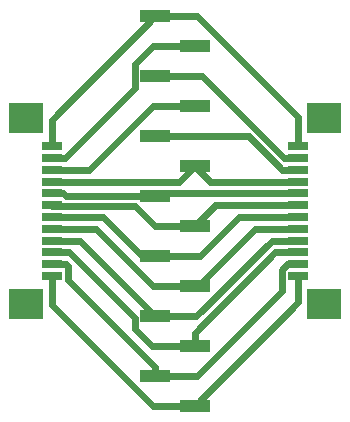
<source format=gbr>
%TF.GenerationSoftware,KiCad,Pcbnew,9.0.0*%
%TF.CreationDate,2025-03-09T13:03:08+03:00*%
%TF.ProjectId,PM_DBG-FFC,504d5f44-4247-42d4-9646-432e6b696361,rev?*%
%TF.SameCoordinates,Original*%
%TF.FileFunction,Copper,L1,Top*%
%TF.FilePolarity,Positive*%
%FSLAX46Y46*%
G04 Gerber Fmt 4.6, Leading zero omitted, Abs format (unit mm)*
G04 Created by KiCad (PCBNEW 9.0.0) date 2025-03-09 13:03:08*
%MOMM*%
%LPD*%
G01*
G04 APERTURE LIST*
%TA.AperFunction,SMDPad,CuDef*%
%ADD10R,2.510000X1.000000*%
%TD*%
%TA.AperFunction,SMDPad,CuDef*%
%ADD11R,1.803400X0.635000*%
%TD*%
%TA.AperFunction,SMDPad,CuDef*%
%ADD12R,2.997200X2.590800*%
%TD*%
%TA.AperFunction,Conductor*%
%ADD13C,0.600000*%
%TD*%
G04 APERTURE END LIST*
D10*
%TO.P,J3,1,Pin_1*%
%TO.N,/L01*%
X-1655000Y16510000D03*
%TO.P,J3,2,Pin_2*%
%TO.N,/L02_in*%
X1655000Y13970000D03*
%TO.P,J3,3,Pin_3*%
%TO.N,/L02_out*%
X-1655000Y11430000D03*
%TO.P,J3,4,Pin_4*%
%TO.N,/L03_in*%
X1655000Y8890000D03*
%TO.P,J3,5,Pin_5*%
%TO.N,/L03_out*%
X-1655000Y6350000D03*
%TO.P,J3,6,Pin_6*%
%TO.N,/L04*%
X1655000Y3810000D03*
%TO.P,J3,7,Pin_7*%
%TO.N,/L05*%
X-1655000Y1270000D03*
%TO.P,J3,8,Pin_8*%
%TO.N,/L06*%
X1655000Y-1270000D03*
%TO.P,J3,9,Pin_9*%
%TO.N,/L07*%
X-1655000Y-3810000D03*
%TO.P,J3,10,Pin_10*%
%TO.N,/L08*%
X1655000Y-6350000D03*
%TO.P,J3,11,Pin_11*%
%TO.N,/L09*%
X-1655000Y-8890000D03*
%TO.P,J3,12,Pin_12*%
%TO.N,/L10*%
X1655000Y-11430000D03*
%TO.P,J3,13,Pin_13*%
%TO.N,/L11*%
X-1655000Y-13970000D03*
%TO.P,J3,14,Pin_14*%
%TO.N,/L12*%
X1655000Y-16510000D03*
%TD*%
D11*
%TO.P,J1,1,Pin_1*%
%TO.N,/L01*%
X-10444000Y5499992D03*
%TO.P,J1,2,Pin_2*%
%TO.N,/L02_in*%
X-10444000Y4499994D03*
%TO.P,J1,3,Pin_3*%
%TO.N,/L03_in*%
X-10444000Y3499996D03*
%TO.P,J1,4,Pin_4*%
%TO.N,/L04*%
X-10444000Y2499998D03*
%TO.P,J1,5,Pin_5*%
%TO.N,/L05*%
X-10444000Y1500000D03*
%TO.P,J1,6,Pin_6*%
%TO.N,/L06*%
X-10444000Y500000D03*
%TO.P,J1,7,Pin_7*%
%TO.N,/L07*%
X-10444000Y-500000D03*
%TO.P,J1,8,Pin_8*%
%TO.N,/L08*%
X-10444000Y-1500000D03*
%TO.P,J1,9,Pin_9*%
%TO.N,/L09*%
X-10444000Y-2499998D03*
%TO.P,J1,10,Pin_10*%
%TO.N,/L10*%
X-10444000Y-3499996D03*
%TO.P,J1,11,Pin_11*%
%TO.N,/L11*%
X-10444000Y-4499994D03*
%TO.P,J1,12,Pin_11*%
%TO.N,/L12*%
X-10444000Y-5499992D03*
D12*
%TO.P,J1,13,Pin_11*%
%TO.N,unconnected-(J1-Pin_11-Pad13)_1*%
X-12614001Y7850003D03*
%TO.N,unconnected-(J1-Pin_11-Pad13)*%
X-12614001Y-7850003D03*
%TD*%
D11*
%TO.P,J2,1,Pin_1*%
%TO.N,/L12*%
X10444000Y-5499992D03*
%TO.P,J2,2,Pin_2*%
%TO.N,/L11*%
X10444000Y-4499994D03*
%TO.P,J2,3,Pin_3*%
%TO.N,/L10*%
X10444000Y-3499996D03*
%TO.P,J2,4,Pin_4*%
%TO.N,/L09*%
X10444000Y-2499998D03*
%TO.P,J2,5,Pin_5*%
%TO.N,/L08*%
X10444000Y-1500000D03*
%TO.P,J2,6,Pin_6*%
%TO.N,/L07*%
X10444000Y-500000D03*
%TO.P,J2,7,Pin_7*%
%TO.N,/L06*%
X10444000Y500000D03*
%TO.P,J2,8,Pin_8*%
%TO.N,/L05*%
X10444000Y1500000D03*
%TO.P,J2,9,Pin_9*%
%TO.N,/L04*%
X10444000Y2499998D03*
%TO.P,J2,10,Pin_10*%
%TO.N,/L03_out*%
X10444000Y3499996D03*
%TO.P,J2,11,Pin_11*%
%TO.N,/L02_out*%
X10444000Y4499994D03*
%TO.P,J2,12,Pin_11*%
%TO.N,/L01*%
X10444000Y5499992D03*
D12*
%TO.P,J2,13,Pin_11*%
%TO.N,unconnected-(J2-Pin_11-Pad13)_1*%
X12614001Y-7850003D03*
%TO.N,unconnected-(J2-Pin_11-Pad13)*%
X12614001Y7850003D03*
%TD*%
D13*
%TO.N,/L09*%
X1810000Y-8890000D02*
X8200002Y-2499998D01*
X-10444000Y-2499998D02*
X-8045002Y-2499998D01*
X8200002Y-2499998D02*
X10444000Y-2499998D01*
X-8045002Y-2499998D02*
X-1655000Y-8890000D01*
X-1655000Y-8890000D02*
X1810000Y-8890000D01*
%TO.N,/L06*%
X-3411000Y469000D02*
X-1672000Y-1270000D01*
X3425000Y500000D02*
X10444000Y500000D01*
X-10444000Y500000D02*
X-10413000Y469000D01*
X-10413000Y469000D02*
X-3411000Y469000D01*
X1655000Y-1270000D02*
X3425000Y500000D01*
X-1672000Y-1270000D02*
X1655000Y-1270000D01*
%TO.N,/L05*%
X-1655000Y1270000D02*
X-1425000Y1500000D01*
X-9500000Y1500000D02*
X-9270000Y1270000D01*
X-1425000Y1500000D02*
X10444000Y1500000D01*
X-10444000Y1500000D02*
X-9500000Y1500000D01*
X-9270000Y1270000D02*
X-1655000Y1270000D01*
%TO.N,/L08*%
X-10444000Y-1500000D02*
X-6722000Y-1500000D01*
X1950000Y-6350000D02*
X6800000Y-1500000D01*
X-1872000Y-6350000D02*
X1655000Y-6350000D01*
X1655000Y-6350000D02*
X1950000Y-6350000D01*
X-6722000Y-1500000D02*
X-1872000Y-6350000D01*
X6800000Y-1500000D02*
X10444000Y-1500000D01*
%TO.N,/L01*%
X1872000Y16510000D02*
X-1655000Y16510000D01*
X-10444000Y7721000D02*
X-1655000Y16510000D01*
X10444000Y5499992D02*
X10444000Y7938000D01*
X-10444000Y5499992D02*
X-10444000Y7721000D01*
X10444000Y7938000D02*
X1872000Y16510000D01*
%TO.N,/L03_in*%
X-7262004Y3499996D02*
X-1872000Y8890000D01*
X-10444000Y3499996D02*
X-7262004Y3499996D01*
X-1872000Y8890000D02*
X1655000Y8890000D01*
%TO.N,/L07*%
X2090000Y-3810000D02*
X5400000Y-500000D01*
X5400000Y-500000D02*
X10444000Y-500000D01*
X-1655000Y-3810000D02*
X2090000Y-3810000D01*
X-2790000Y-3810000D02*
X-1655000Y-3810000D01*
X-6100000Y-500000D02*
X-2790000Y-3810000D01*
X-10444000Y-500000D02*
X-6100000Y-500000D01*
%TO.N,/L10*%
X1655000Y-11430000D02*
X1655000Y-10330000D01*
X-3411000Y-9989000D02*
X-1970000Y-11430000D01*
X-3411000Y-9089000D02*
X-3411000Y-9989000D01*
X1655000Y-10330000D02*
X8485004Y-3499996D01*
X-10444000Y-3499996D02*
X-9000004Y-3499996D01*
X8485004Y-3499996D02*
X10444000Y-3499996D01*
X-9000004Y-3499996D02*
X-3411000Y-9089000D01*
X-1970000Y-11430000D02*
X1655000Y-11430000D01*
%TO.N,/L11*%
X9041300Y-4958700D02*
X9041300Y-6800700D01*
X1872000Y-13970000D02*
X-1655000Y-13970000D01*
X9500006Y-4499994D02*
X9041300Y-4958700D01*
X-9041300Y-4681492D02*
X-9041300Y-5858700D01*
X10444000Y-4499994D02*
X9500006Y-4499994D01*
X9041300Y-6800700D02*
X1872000Y-13970000D01*
X-1655000Y-13245000D02*
X-1655000Y-13970000D01*
X-9222798Y-4499994D02*
X-9041300Y-4681492D01*
X-9041300Y-5858700D02*
X-1655000Y-13245000D01*
X-10444000Y-4499994D02*
X-9222798Y-4499994D01*
%TO.N,/L02_in*%
X-3411000Y10429000D02*
X-3411000Y12431000D01*
X-9340006Y4499994D02*
X-3411000Y10429000D01*
X-3411000Y12431000D02*
X-1872000Y13970000D01*
X-10444000Y4499994D02*
X-9340006Y4499994D01*
X-1872000Y13970000D02*
X1655000Y13970000D01*
%TO.N,/L04*%
X1655000Y3810000D02*
X2965002Y2499998D01*
X-10444000Y2499998D02*
X344998Y2499998D01*
X344998Y2499998D02*
X1655000Y3810000D01*
X2965002Y2499998D02*
X10444000Y2499998D01*
%TO.N,/L12*%
X-10444000Y-5499992D02*
X-10444000Y-7938000D01*
X-10444000Y-7938000D02*
X-1872000Y-16510000D01*
X10444000Y-7721000D02*
X10444000Y-5499992D01*
X1655000Y-16510000D02*
X10444000Y-7721000D01*
X-1872000Y-16510000D02*
X1655000Y-16510000D01*
%TO.N,/L03_out*%
X6240006Y6350000D02*
X9090010Y3499996D01*
X-1655000Y6350000D02*
X6240006Y6350000D01*
X9090010Y3499996D02*
X10444000Y3499996D01*
%TO.N,/L02_out*%
X2292792Y11430000D02*
X9222798Y4499994D01*
X9222798Y4499994D02*
X10444000Y4499994D01*
X-1655000Y11430000D02*
X2292792Y11430000D01*
%TD*%
M02*

</source>
